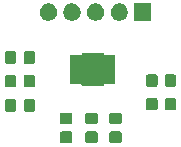
<source format=gbr>
G04 #@! TF.GenerationSoftware,KiCad,Pcbnew,(5.1.5)-3*
G04 #@! TF.CreationDate,2021-11-01T22:29:24-04:00*
G04 #@! TF.ProjectId,MakeNateAMillionDollars,4d616b65-4e61-4746-9541-4d696c6c696f,rev?*
G04 #@! TF.SameCoordinates,Original*
G04 #@! TF.FileFunction,Soldermask,Top*
G04 #@! TF.FilePolarity,Negative*
%FSLAX46Y46*%
G04 Gerber Fmt 4.6, Leading zero omitted, Abs format (unit mm)*
G04 Created by KiCad (PCBNEW (5.1.5)-3) date 2021-11-01 22:29:24*
%MOMM*%
%LPD*%
G04 APERTURE LIST*
%ADD10C,0.100000*%
G04 APERTURE END LIST*
D10*
G36*
X152529591Y-106053085D02*
G01*
X152563569Y-106063393D01*
X152594890Y-106080134D01*
X152622339Y-106102661D01*
X152644866Y-106130110D01*
X152661607Y-106161431D01*
X152671915Y-106195409D01*
X152676000Y-106236890D01*
X152676000Y-106838110D01*
X152671915Y-106879591D01*
X152661607Y-106913569D01*
X152644866Y-106944890D01*
X152622339Y-106972339D01*
X152594890Y-106994866D01*
X152563569Y-107011607D01*
X152529591Y-107021915D01*
X152488110Y-107026000D01*
X151811890Y-107026000D01*
X151770409Y-107021915D01*
X151736431Y-107011607D01*
X151705110Y-106994866D01*
X151677661Y-106972339D01*
X151655134Y-106944890D01*
X151638393Y-106913569D01*
X151628085Y-106879591D01*
X151624000Y-106838110D01*
X151624000Y-106236890D01*
X151628085Y-106195409D01*
X151638393Y-106161431D01*
X151655134Y-106130110D01*
X151677661Y-106102661D01*
X151705110Y-106080134D01*
X151736431Y-106063393D01*
X151770409Y-106053085D01*
X151811890Y-106049000D01*
X152488110Y-106049000D01*
X152529591Y-106053085D01*
G37*
G36*
X148329591Y-106053085D02*
G01*
X148363569Y-106063393D01*
X148394890Y-106080134D01*
X148422339Y-106102661D01*
X148444866Y-106130110D01*
X148461607Y-106161431D01*
X148471915Y-106195409D01*
X148476000Y-106236890D01*
X148476000Y-106838110D01*
X148471915Y-106879591D01*
X148461607Y-106913569D01*
X148444866Y-106944890D01*
X148422339Y-106972339D01*
X148394890Y-106994866D01*
X148363569Y-107011607D01*
X148329591Y-107021915D01*
X148288110Y-107026000D01*
X147611890Y-107026000D01*
X147570409Y-107021915D01*
X147536431Y-107011607D01*
X147505110Y-106994866D01*
X147477661Y-106972339D01*
X147455134Y-106944890D01*
X147438393Y-106913569D01*
X147428085Y-106879591D01*
X147424000Y-106838110D01*
X147424000Y-106236890D01*
X147428085Y-106195409D01*
X147438393Y-106161431D01*
X147455134Y-106130110D01*
X147477661Y-106102661D01*
X147505110Y-106080134D01*
X147536431Y-106063393D01*
X147570409Y-106053085D01*
X147611890Y-106049000D01*
X148288110Y-106049000D01*
X148329591Y-106053085D01*
G37*
G36*
X150479591Y-106053085D02*
G01*
X150513569Y-106063393D01*
X150544890Y-106080134D01*
X150572339Y-106102661D01*
X150594866Y-106130110D01*
X150611607Y-106161431D01*
X150621915Y-106195409D01*
X150626000Y-106236890D01*
X150626000Y-106838110D01*
X150621915Y-106879591D01*
X150611607Y-106913569D01*
X150594866Y-106944890D01*
X150572339Y-106972339D01*
X150544890Y-106994866D01*
X150513569Y-107011607D01*
X150479591Y-107021915D01*
X150438110Y-107026000D01*
X149761890Y-107026000D01*
X149720409Y-107021915D01*
X149686431Y-107011607D01*
X149655110Y-106994866D01*
X149627661Y-106972339D01*
X149605134Y-106944890D01*
X149588393Y-106913569D01*
X149578085Y-106879591D01*
X149574000Y-106838110D01*
X149574000Y-106236890D01*
X149578085Y-106195409D01*
X149588393Y-106161431D01*
X149605134Y-106130110D01*
X149627661Y-106102661D01*
X149655110Y-106080134D01*
X149686431Y-106063393D01*
X149720409Y-106053085D01*
X149761890Y-106049000D01*
X150438110Y-106049000D01*
X150479591Y-106053085D01*
G37*
G36*
X148329591Y-104478085D02*
G01*
X148363569Y-104488393D01*
X148394890Y-104505134D01*
X148422339Y-104527661D01*
X148444866Y-104555110D01*
X148461607Y-104586431D01*
X148471915Y-104620409D01*
X148476000Y-104661890D01*
X148476000Y-105263110D01*
X148471915Y-105304591D01*
X148461607Y-105338569D01*
X148444866Y-105369890D01*
X148422339Y-105397339D01*
X148394890Y-105419866D01*
X148363569Y-105436607D01*
X148329591Y-105446915D01*
X148288110Y-105451000D01*
X147611890Y-105451000D01*
X147570409Y-105446915D01*
X147536431Y-105436607D01*
X147505110Y-105419866D01*
X147477661Y-105397339D01*
X147455134Y-105369890D01*
X147438393Y-105338569D01*
X147428085Y-105304591D01*
X147424000Y-105263110D01*
X147424000Y-104661890D01*
X147428085Y-104620409D01*
X147438393Y-104586431D01*
X147455134Y-104555110D01*
X147477661Y-104527661D01*
X147505110Y-104505134D01*
X147536431Y-104488393D01*
X147570409Y-104478085D01*
X147611890Y-104474000D01*
X148288110Y-104474000D01*
X148329591Y-104478085D01*
G37*
G36*
X150479591Y-104478085D02*
G01*
X150513569Y-104488393D01*
X150544890Y-104505134D01*
X150572339Y-104527661D01*
X150594866Y-104555110D01*
X150611607Y-104586431D01*
X150621915Y-104620409D01*
X150626000Y-104661890D01*
X150626000Y-105263110D01*
X150621915Y-105304591D01*
X150611607Y-105338569D01*
X150594866Y-105369890D01*
X150572339Y-105397339D01*
X150544890Y-105419866D01*
X150513569Y-105436607D01*
X150479591Y-105446915D01*
X150438110Y-105451000D01*
X149761890Y-105451000D01*
X149720409Y-105446915D01*
X149686431Y-105436607D01*
X149655110Y-105419866D01*
X149627661Y-105397339D01*
X149605134Y-105369890D01*
X149588393Y-105338569D01*
X149578085Y-105304591D01*
X149574000Y-105263110D01*
X149574000Y-104661890D01*
X149578085Y-104620409D01*
X149588393Y-104586431D01*
X149605134Y-104555110D01*
X149627661Y-104527661D01*
X149655110Y-104505134D01*
X149686431Y-104488393D01*
X149720409Y-104478085D01*
X149761890Y-104474000D01*
X150438110Y-104474000D01*
X150479591Y-104478085D01*
G37*
G36*
X152529591Y-104478085D02*
G01*
X152563569Y-104488393D01*
X152594890Y-104505134D01*
X152622339Y-104527661D01*
X152644866Y-104555110D01*
X152661607Y-104586431D01*
X152671915Y-104620409D01*
X152676000Y-104661890D01*
X152676000Y-105263110D01*
X152671915Y-105304591D01*
X152661607Y-105338569D01*
X152644866Y-105369890D01*
X152622339Y-105397339D01*
X152594890Y-105419866D01*
X152563569Y-105436607D01*
X152529591Y-105446915D01*
X152488110Y-105451000D01*
X151811890Y-105451000D01*
X151770409Y-105446915D01*
X151736431Y-105436607D01*
X151705110Y-105419866D01*
X151677661Y-105397339D01*
X151655134Y-105369890D01*
X151638393Y-105338569D01*
X151628085Y-105304591D01*
X151624000Y-105263110D01*
X151624000Y-104661890D01*
X151628085Y-104620409D01*
X151638393Y-104586431D01*
X151655134Y-104555110D01*
X151677661Y-104527661D01*
X151705110Y-104505134D01*
X151736431Y-104488393D01*
X151770409Y-104478085D01*
X151811890Y-104474000D01*
X152488110Y-104474000D01*
X152529591Y-104478085D01*
G37*
G36*
X145179591Y-103328085D02*
G01*
X145213569Y-103338393D01*
X145244890Y-103355134D01*
X145272339Y-103377661D01*
X145294866Y-103405110D01*
X145311607Y-103436431D01*
X145321915Y-103470409D01*
X145326000Y-103511890D01*
X145326000Y-104188110D01*
X145321915Y-104229591D01*
X145311607Y-104263569D01*
X145294866Y-104294890D01*
X145272339Y-104322339D01*
X145244890Y-104344866D01*
X145213569Y-104361607D01*
X145179591Y-104371915D01*
X145138110Y-104376000D01*
X144536890Y-104376000D01*
X144495409Y-104371915D01*
X144461431Y-104361607D01*
X144430110Y-104344866D01*
X144402661Y-104322339D01*
X144380134Y-104294890D01*
X144363393Y-104263569D01*
X144353085Y-104229591D01*
X144349000Y-104188110D01*
X144349000Y-103511890D01*
X144353085Y-103470409D01*
X144363393Y-103436431D01*
X144380134Y-103405110D01*
X144402661Y-103377661D01*
X144430110Y-103355134D01*
X144461431Y-103338393D01*
X144495409Y-103328085D01*
X144536890Y-103324000D01*
X145138110Y-103324000D01*
X145179591Y-103328085D01*
G37*
G36*
X143604591Y-103328085D02*
G01*
X143638569Y-103338393D01*
X143669890Y-103355134D01*
X143697339Y-103377661D01*
X143719866Y-103405110D01*
X143736607Y-103436431D01*
X143746915Y-103470409D01*
X143751000Y-103511890D01*
X143751000Y-104188110D01*
X143746915Y-104229591D01*
X143736607Y-104263569D01*
X143719866Y-104294890D01*
X143697339Y-104322339D01*
X143669890Y-104344866D01*
X143638569Y-104361607D01*
X143604591Y-104371915D01*
X143563110Y-104376000D01*
X142961890Y-104376000D01*
X142920409Y-104371915D01*
X142886431Y-104361607D01*
X142855110Y-104344866D01*
X142827661Y-104322339D01*
X142805134Y-104294890D01*
X142788393Y-104263569D01*
X142778085Y-104229591D01*
X142774000Y-104188110D01*
X142774000Y-103511890D01*
X142778085Y-103470409D01*
X142788393Y-103436431D01*
X142805134Y-103405110D01*
X142827661Y-103377661D01*
X142855110Y-103355134D01*
X142886431Y-103338393D01*
X142920409Y-103328085D01*
X142961890Y-103324000D01*
X143563110Y-103324000D01*
X143604591Y-103328085D01*
G37*
G36*
X157129591Y-103228085D02*
G01*
X157163569Y-103238393D01*
X157194890Y-103255134D01*
X157222339Y-103277661D01*
X157244866Y-103305110D01*
X157261607Y-103336431D01*
X157271915Y-103370409D01*
X157276000Y-103411890D01*
X157276000Y-104088110D01*
X157271915Y-104129591D01*
X157261607Y-104163569D01*
X157244866Y-104194890D01*
X157222339Y-104222339D01*
X157194890Y-104244866D01*
X157163569Y-104261607D01*
X157129591Y-104271915D01*
X157088110Y-104276000D01*
X156486890Y-104276000D01*
X156445409Y-104271915D01*
X156411431Y-104261607D01*
X156380110Y-104244866D01*
X156352661Y-104222339D01*
X156330134Y-104194890D01*
X156313393Y-104163569D01*
X156303085Y-104129591D01*
X156299000Y-104088110D01*
X156299000Y-103411890D01*
X156303085Y-103370409D01*
X156313393Y-103336431D01*
X156330134Y-103305110D01*
X156352661Y-103277661D01*
X156380110Y-103255134D01*
X156411431Y-103238393D01*
X156445409Y-103228085D01*
X156486890Y-103224000D01*
X157088110Y-103224000D01*
X157129591Y-103228085D01*
G37*
G36*
X155554591Y-103228085D02*
G01*
X155588569Y-103238393D01*
X155619890Y-103255134D01*
X155647339Y-103277661D01*
X155669866Y-103305110D01*
X155686607Y-103336431D01*
X155696915Y-103370409D01*
X155701000Y-103411890D01*
X155701000Y-104088110D01*
X155696915Y-104129591D01*
X155686607Y-104163569D01*
X155669866Y-104194890D01*
X155647339Y-104222339D01*
X155619890Y-104244866D01*
X155588569Y-104261607D01*
X155554591Y-104271915D01*
X155513110Y-104276000D01*
X154911890Y-104276000D01*
X154870409Y-104271915D01*
X154836431Y-104261607D01*
X154805110Y-104244866D01*
X154777661Y-104222339D01*
X154755134Y-104194890D01*
X154738393Y-104163569D01*
X154728085Y-104129591D01*
X154724000Y-104088110D01*
X154724000Y-103411890D01*
X154728085Y-103370409D01*
X154738393Y-103336431D01*
X154755134Y-103305110D01*
X154777661Y-103277661D01*
X154805110Y-103255134D01*
X154836431Y-103238393D01*
X154870409Y-103228085D01*
X154911890Y-103224000D01*
X155513110Y-103224000D01*
X155554591Y-103228085D01*
G37*
G36*
X143604591Y-101278085D02*
G01*
X143638569Y-101288393D01*
X143669890Y-101305134D01*
X143697339Y-101327661D01*
X143719866Y-101355110D01*
X143736607Y-101386431D01*
X143746915Y-101420409D01*
X143751000Y-101461890D01*
X143751000Y-102138110D01*
X143746915Y-102179591D01*
X143736607Y-102213569D01*
X143719866Y-102244890D01*
X143697339Y-102272339D01*
X143669890Y-102294866D01*
X143638569Y-102311607D01*
X143604591Y-102321915D01*
X143563110Y-102326000D01*
X142961890Y-102326000D01*
X142920409Y-102321915D01*
X142886431Y-102311607D01*
X142855110Y-102294866D01*
X142827661Y-102272339D01*
X142805134Y-102244890D01*
X142788393Y-102213569D01*
X142778085Y-102179591D01*
X142774000Y-102138110D01*
X142774000Y-101461890D01*
X142778085Y-101420409D01*
X142788393Y-101386431D01*
X142805134Y-101355110D01*
X142827661Y-101327661D01*
X142855110Y-101305134D01*
X142886431Y-101288393D01*
X142920409Y-101278085D01*
X142961890Y-101274000D01*
X143563110Y-101274000D01*
X143604591Y-101278085D01*
G37*
G36*
X145179591Y-101278085D02*
G01*
X145213569Y-101288393D01*
X145244890Y-101305134D01*
X145272339Y-101327661D01*
X145294866Y-101355110D01*
X145311607Y-101386431D01*
X145321915Y-101420409D01*
X145326000Y-101461890D01*
X145326000Y-102138110D01*
X145321915Y-102179591D01*
X145311607Y-102213569D01*
X145294866Y-102244890D01*
X145272339Y-102272339D01*
X145244890Y-102294866D01*
X145213569Y-102311607D01*
X145179591Y-102321915D01*
X145138110Y-102326000D01*
X144536890Y-102326000D01*
X144495409Y-102321915D01*
X144461431Y-102311607D01*
X144430110Y-102294866D01*
X144402661Y-102272339D01*
X144380134Y-102244890D01*
X144363393Y-102213569D01*
X144353085Y-102179591D01*
X144349000Y-102138110D01*
X144349000Y-101461890D01*
X144353085Y-101420409D01*
X144363393Y-101386431D01*
X144380134Y-101355110D01*
X144402661Y-101327661D01*
X144430110Y-101305134D01*
X144461431Y-101288393D01*
X144495409Y-101278085D01*
X144536890Y-101274000D01*
X145138110Y-101274000D01*
X145179591Y-101278085D01*
G37*
G36*
X155554591Y-101228085D02*
G01*
X155588569Y-101238393D01*
X155619890Y-101255134D01*
X155647339Y-101277661D01*
X155669866Y-101305110D01*
X155686607Y-101336431D01*
X155696915Y-101370409D01*
X155701000Y-101411890D01*
X155701000Y-102088110D01*
X155696915Y-102129591D01*
X155686607Y-102163569D01*
X155669866Y-102194890D01*
X155647339Y-102222339D01*
X155619890Y-102244866D01*
X155588569Y-102261607D01*
X155554591Y-102271915D01*
X155513110Y-102276000D01*
X154911890Y-102276000D01*
X154870409Y-102271915D01*
X154836431Y-102261607D01*
X154805110Y-102244866D01*
X154777661Y-102222339D01*
X154755134Y-102194890D01*
X154738393Y-102163569D01*
X154728085Y-102129591D01*
X154724000Y-102088110D01*
X154724000Y-101411890D01*
X154728085Y-101370409D01*
X154738393Y-101336431D01*
X154755134Y-101305110D01*
X154777661Y-101277661D01*
X154805110Y-101255134D01*
X154836431Y-101238393D01*
X154870409Y-101228085D01*
X154911890Y-101224000D01*
X155513110Y-101224000D01*
X155554591Y-101228085D01*
G37*
G36*
X157129591Y-101228085D02*
G01*
X157163569Y-101238393D01*
X157194890Y-101255134D01*
X157222339Y-101277661D01*
X157244866Y-101305110D01*
X157261607Y-101336431D01*
X157271915Y-101370409D01*
X157276000Y-101411890D01*
X157276000Y-102088110D01*
X157271915Y-102129591D01*
X157261607Y-102163569D01*
X157244866Y-102194890D01*
X157222339Y-102222339D01*
X157194890Y-102244866D01*
X157163569Y-102261607D01*
X157129591Y-102271915D01*
X157088110Y-102276000D01*
X156486890Y-102276000D01*
X156445409Y-102271915D01*
X156411431Y-102261607D01*
X156380110Y-102244866D01*
X156352661Y-102222339D01*
X156330134Y-102194890D01*
X156313393Y-102163569D01*
X156303085Y-102129591D01*
X156299000Y-102088110D01*
X156299000Y-101411890D01*
X156303085Y-101370409D01*
X156313393Y-101336431D01*
X156330134Y-101305110D01*
X156352661Y-101277661D01*
X156380110Y-101255134D01*
X156411431Y-101238393D01*
X156445409Y-101228085D01*
X156486890Y-101224000D01*
X157088110Y-101224000D01*
X157129591Y-101228085D01*
G37*
G36*
X151126000Y-99494001D02*
G01*
X151128402Y-99518387D01*
X151135515Y-99541836D01*
X151147066Y-99563447D01*
X151162611Y-99582389D01*
X151181553Y-99597934D01*
X151203164Y-99609485D01*
X151226613Y-99616598D01*
X151250999Y-99619000D01*
X152126000Y-99619000D01*
X152126000Y-102021000D01*
X151250999Y-102021000D01*
X151226613Y-102023402D01*
X151203164Y-102030515D01*
X151181553Y-102042066D01*
X151162611Y-102057611D01*
X151147066Y-102076553D01*
X151135515Y-102098164D01*
X151128402Y-102121613D01*
X151126000Y-102145999D01*
X151126000Y-102221000D01*
X149274000Y-102221000D01*
X149274000Y-102145999D01*
X149271598Y-102121613D01*
X149264485Y-102098164D01*
X149252934Y-102076553D01*
X149237389Y-102057611D01*
X149218447Y-102042066D01*
X149196836Y-102030515D01*
X149173387Y-102023402D01*
X149149001Y-102021000D01*
X148274000Y-102021000D01*
X148274000Y-99619000D01*
X149149001Y-99619000D01*
X149173387Y-99616598D01*
X149196836Y-99609485D01*
X149218447Y-99597934D01*
X149237389Y-99582389D01*
X149252934Y-99563447D01*
X149264485Y-99541836D01*
X149271598Y-99518387D01*
X149274000Y-99494001D01*
X149274000Y-99419000D01*
X151126000Y-99419000D01*
X151126000Y-99494001D01*
G37*
G36*
X145179591Y-99278085D02*
G01*
X145213569Y-99288393D01*
X145244890Y-99305134D01*
X145272339Y-99327661D01*
X145294866Y-99355110D01*
X145311607Y-99386431D01*
X145321915Y-99420409D01*
X145326000Y-99461890D01*
X145326000Y-100138110D01*
X145321915Y-100179591D01*
X145311607Y-100213569D01*
X145294866Y-100244890D01*
X145272339Y-100272339D01*
X145244890Y-100294866D01*
X145213569Y-100311607D01*
X145179591Y-100321915D01*
X145138110Y-100326000D01*
X144536890Y-100326000D01*
X144495409Y-100321915D01*
X144461431Y-100311607D01*
X144430110Y-100294866D01*
X144402661Y-100272339D01*
X144380134Y-100244890D01*
X144363393Y-100213569D01*
X144353085Y-100179591D01*
X144349000Y-100138110D01*
X144349000Y-99461890D01*
X144353085Y-99420409D01*
X144363393Y-99386431D01*
X144380134Y-99355110D01*
X144402661Y-99327661D01*
X144430110Y-99305134D01*
X144461431Y-99288393D01*
X144495409Y-99278085D01*
X144536890Y-99274000D01*
X145138110Y-99274000D01*
X145179591Y-99278085D01*
G37*
G36*
X143604591Y-99278085D02*
G01*
X143638569Y-99288393D01*
X143669890Y-99305134D01*
X143697339Y-99327661D01*
X143719866Y-99355110D01*
X143736607Y-99386431D01*
X143746915Y-99420409D01*
X143751000Y-99461890D01*
X143751000Y-100138110D01*
X143746915Y-100179591D01*
X143736607Y-100213569D01*
X143719866Y-100244890D01*
X143697339Y-100272339D01*
X143669890Y-100294866D01*
X143638569Y-100311607D01*
X143604591Y-100321915D01*
X143563110Y-100326000D01*
X142961890Y-100326000D01*
X142920409Y-100321915D01*
X142886431Y-100311607D01*
X142855110Y-100294866D01*
X142827661Y-100272339D01*
X142805134Y-100244890D01*
X142788393Y-100213569D01*
X142778085Y-100179591D01*
X142774000Y-100138110D01*
X142774000Y-99461890D01*
X142778085Y-99420409D01*
X142788393Y-99386431D01*
X142805134Y-99355110D01*
X142827661Y-99327661D01*
X142855110Y-99305134D01*
X142886431Y-99288393D01*
X142920409Y-99278085D01*
X142961890Y-99274000D01*
X143563110Y-99274000D01*
X143604591Y-99278085D01*
G37*
G36*
X148661766Y-95251899D02*
G01*
X148793888Y-95306626D01*
X148793890Y-95306627D01*
X148912798Y-95386079D01*
X149013921Y-95487202D01*
X149013922Y-95487204D01*
X149093374Y-95606112D01*
X149148101Y-95738234D01*
X149176000Y-95878494D01*
X149176000Y-96021506D01*
X149148101Y-96161766D01*
X149093374Y-96293888D01*
X149093373Y-96293890D01*
X149013921Y-96412798D01*
X148912798Y-96513921D01*
X148793890Y-96593373D01*
X148793889Y-96593374D01*
X148793888Y-96593374D01*
X148661766Y-96648101D01*
X148521506Y-96676000D01*
X148378494Y-96676000D01*
X148238234Y-96648101D01*
X148106112Y-96593374D01*
X148106111Y-96593374D01*
X148106110Y-96593373D01*
X147987202Y-96513921D01*
X147886079Y-96412798D01*
X147806627Y-96293890D01*
X147806626Y-96293888D01*
X147751899Y-96161766D01*
X147724000Y-96021506D01*
X147724000Y-95878494D01*
X147751899Y-95738234D01*
X147806626Y-95606112D01*
X147886078Y-95487204D01*
X147886079Y-95487202D01*
X147987202Y-95386079D01*
X148106110Y-95306627D01*
X148106112Y-95306626D01*
X148238234Y-95251899D01*
X148378494Y-95224000D01*
X148521506Y-95224000D01*
X148661766Y-95251899D01*
G37*
G36*
X146661766Y-95251899D02*
G01*
X146793888Y-95306626D01*
X146793890Y-95306627D01*
X146912798Y-95386079D01*
X147013921Y-95487202D01*
X147013922Y-95487204D01*
X147093374Y-95606112D01*
X147148101Y-95738234D01*
X147176000Y-95878494D01*
X147176000Y-96021506D01*
X147148101Y-96161766D01*
X147093374Y-96293888D01*
X147093373Y-96293890D01*
X147013921Y-96412798D01*
X146912798Y-96513921D01*
X146793890Y-96593373D01*
X146793889Y-96593374D01*
X146793888Y-96593374D01*
X146661766Y-96648101D01*
X146521506Y-96676000D01*
X146378494Y-96676000D01*
X146238234Y-96648101D01*
X146106112Y-96593374D01*
X146106111Y-96593374D01*
X146106110Y-96593373D01*
X145987202Y-96513921D01*
X145886079Y-96412798D01*
X145806627Y-96293890D01*
X145806626Y-96293888D01*
X145751899Y-96161766D01*
X145724000Y-96021506D01*
X145724000Y-95878494D01*
X145751899Y-95738234D01*
X145806626Y-95606112D01*
X145886078Y-95487204D01*
X145886079Y-95487202D01*
X145987202Y-95386079D01*
X146106110Y-95306627D01*
X146106112Y-95306626D01*
X146238234Y-95251899D01*
X146378494Y-95224000D01*
X146521506Y-95224000D01*
X146661766Y-95251899D01*
G37*
G36*
X150661766Y-95251899D02*
G01*
X150793888Y-95306626D01*
X150793890Y-95306627D01*
X150912798Y-95386079D01*
X151013921Y-95487202D01*
X151013922Y-95487204D01*
X151093374Y-95606112D01*
X151148101Y-95738234D01*
X151176000Y-95878494D01*
X151176000Y-96021506D01*
X151148101Y-96161766D01*
X151093374Y-96293888D01*
X151093373Y-96293890D01*
X151013921Y-96412798D01*
X150912798Y-96513921D01*
X150793890Y-96593373D01*
X150793889Y-96593374D01*
X150793888Y-96593374D01*
X150661766Y-96648101D01*
X150521506Y-96676000D01*
X150378494Y-96676000D01*
X150238234Y-96648101D01*
X150106112Y-96593374D01*
X150106111Y-96593374D01*
X150106110Y-96593373D01*
X149987202Y-96513921D01*
X149886079Y-96412798D01*
X149806627Y-96293890D01*
X149806626Y-96293888D01*
X149751899Y-96161766D01*
X149724000Y-96021506D01*
X149724000Y-95878494D01*
X149751899Y-95738234D01*
X149806626Y-95606112D01*
X149886078Y-95487204D01*
X149886079Y-95487202D01*
X149987202Y-95386079D01*
X150106110Y-95306627D01*
X150106112Y-95306626D01*
X150238234Y-95251899D01*
X150378494Y-95224000D01*
X150521506Y-95224000D01*
X150661766Y-95251899D01*
G37*
G36*
X152661766Y-95251899D02*
G01*
X152793888Y-95306626D01*
X152793890Y-95306627D01*
X152912798Y-95386079D01*
X153013921Y-95487202D01*
X153013922Y-95487204D01*
X153093374Y-95606112D01*
X153148101Y-95738234D01*
X153176000Y-95878494D01*
X153176000Y-96021506D01*
X153148101Y-96161766D01*
X153093374Y-96293888D01*
X153093373Y-96293890D01*
X153013921Y-96412798D01*
X152912798Y-96513921D01*
X152793890Y-96593373D01*
X152793889Y-96593374D01*
X152793888Y-96593374D01*
X152661766Y-96648101D01*
X152521506Y-96676000D01*
X152378494Y-96676000D01*
X152238234Y-96648101D01*
X152106112Y-96593374D01*
X152106111Y-96593374D01*
X152106110Y-96593373D01*
X151987202Y-96513921D01*
X151886079Y-96412798D01*
X151806627Y-96293890D01*
X151806626Y-96293888D01*
X151751899Y-96161766D01*
X151724000Y-96021506D01*
X151724000Y-95878494D01*
X151751899Y-95738234D01*
X151806626Y-95606112D01*
X151886078Y-95487204D01*
X151886079Y-95487202D01*
X151987202Y-95386079D01*
X152106110Y-95306627D01*
X152106112Y-95306626D01*
X152238234Y-95251899D01*
X152378494Y-95224000D01*
X152521506Y-95224000D01*
X152661766Y-95251899D01*
G37*
G36*
X155176000Y-96676000D02*
G01*
X153724000Y-96676000D01*
X153724000Y-95224000D01*
X155176000Y-95224000D01*
X155176000Y-96676000D01*
G37*
M02*

</source>
